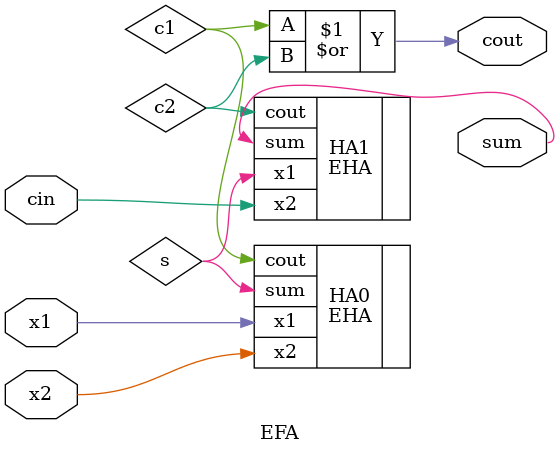
<source format=v>
/*
Exact Full Adder
*/

module EFA (
    input  x1, x2, cin,
    output sum, cout
);
    wire s, c1, c2;
    EHA HA0(.x1(x1), .x2(x2) , .sum(s)  , .cout(c1));
    EHA HA1(.x1(s) , .x2(cin), .sum(sum), .cout(c2));
    assign cout = c1 | c2;

endmodule
</source>
